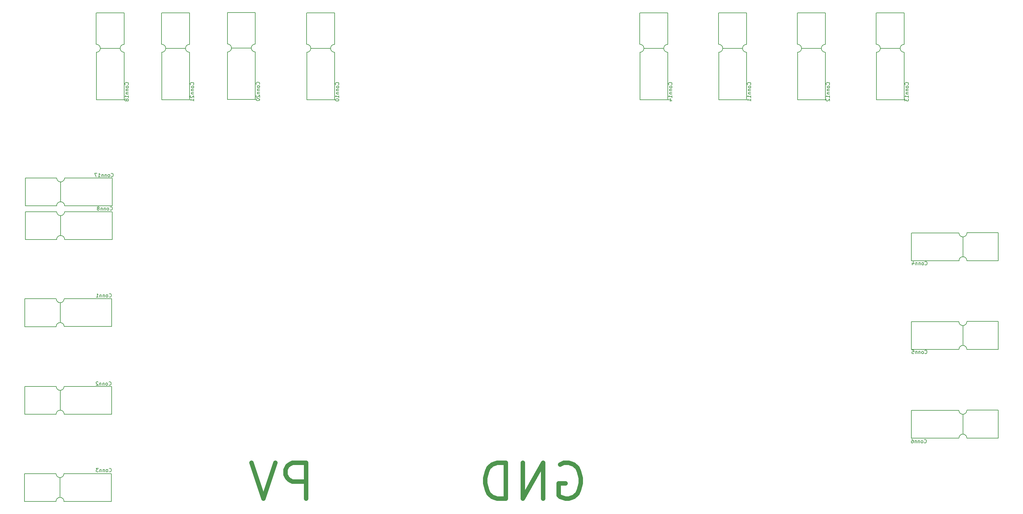
<source format=gbo>
G04 #@! TF.GenerationSoftware,KiCad,Pcbnew,(6.0.6)*
G04 #@! TF.CreationDate,2023-04-22T01:10:45-05:00*
G04 #@! TF.ProjectId,2023 Powerboard,32303233-2050-46f7-9765-72626f617264,rev?*
G04 #@! TF.SameCoordinates,Original*
G04 #@! TF.FileFunction,Legend,Bot*
G04 #@! TF.FilePolarity,Positive*
%FSLAX46Y46*%
G04 Gerber Fmt 4.6, Leading zero omitted, Abs format (unit mm)*
G04 Created by KiCad (PCBNEW (6.0.6)) date 2023-04-22 01:10:45*
%MOMM*%
%LPD*%
G01*
G04 APERTURE LIST*
%ADD10C,1.270000*%
%ADD11C,0.150000*%
%ADD12R,2.600000X2.600000*%
%ADD13O,2.600000X2.600000*%
%ADD14R,2.400000X2.400000*%
%ADD15C,2.400000*%
%ADD16O,3.000000X5.100000*%
%ADD17C,2.946400*%
%ADD18C,3.048000*%
%ADD19C,3.810000*%
%ADD20C,2.819400*%
%ADD21R,1.600000X1.600000*%
%ADD22C,1.600000*%
%ADD23C,18.288000*%
%ADD24R,2.000000X2.000000*%
%ADD25C,2.000000*%
%ADD26C,1.308000*%
%ADD27C,1.258000*%
%ADD28C,1.208000*%
%ADD29C,1.524000*%
%ADD30C,1.100000*%
%ADD31C,1.400000*%
%ADD32C,4.000000*%
%ADD33O,5.100000X3.000000*%
G04 APERTURE END LIST*
D10*
X86009238Y-158266190D02*
X86009238Y-148106190D01*
X82138761Y-148106190D01*
X81171142Y-148590000D01*
X80687333Y-149073809D01*
X80203523Y-150041428D01*
X80203523Y-151492857D01*
X80687333Y-152460476D01*
X81171142Y-152944285D01*
X82138761Y-153428095D01*
X86009238Y-153428095D01*
X77300666Y-148106190D02*
X73914000Y-158266190D01*
X70527333Y-148106190D01*
X158108952Y-148590000D02*
X159076571Y-148106190D01*
X160528000Y-148106190D01*
X161979428Y-148590000D01*
X162947047Y-149557619D01*
X163430857Y-150525238D01*
X163914666Y-152460476D01*
X163914666Y-153911904D01*
X163430857Y-155847142D01*
X162947047Y-156814761D01*
X161979428Y-157782380D01*
X160528000Y-158266190D01*
X159560380Y-158266190D01*
X158108952Y-157782380D01*
X157625142Y-157298571D01*
X157625142Y-153911904D01*
X159560380Y-153911904D01*
X153270857Y-158266190D02*
X153270857Y-148106190D01*
X147465142Y-158266190D01*
X147465142Y-148106190D01*
X142627047Y-158266190D02*
X142627047Y-148106190D01*
X140208000Y-148106190D01*
X138756571Y-148590000D01*
X137788952Y-149557619D01*
X137305142Y-150525238D01*
X136821333Y-152460476D01*
X136821333Y-153911904D01*
X137305142Y-155847142D01*
X137788952Y-156814761D01*
X138756571Y-157782380D01*
X140208000Y-158266190D01*
X142627047Y-158266190D01*
D11*
X261373109Y-142439342D02*
X261420728Y-142486961D01*
X261563585Y-142534580D01*
X261658823Y-142534580D01*
X261801680Y-142486961D01*
X261896919Y-142391723D01*
X261944538Y-142296485D01*
X261992157Y-142106009D01*
X261992157Y-141963152D01*
X261944538Y-141772676D01*
X261896919Y-141677438D01*
X261801680Y-141582200D01*
X261658823Y-141534580D01*
X261563585Y-141534580D01*
X261420728Y-141582200D01*
X261373109Y-141629819D01*
X260801680Y-142534580D02*
X260896919Y-142486961D01*
X260944538Y-142439342D01*
X260992157Y-142344104D01*
X260992157Y-142058390D01*
X260944538Y-141963152D01*
X260896919Y-141915533D01*
X260801680Y-141867914D01*
X260658823Y-141867914D01*
X260563585Y-141915533D01*
X260515966Y-141963152D01*
X260468347Y-142058390D01*
X260468347Y-142344104D01*
X260515966Y-142439342D01*
X260563585Y-142486961D01*
X260658823Y-142534580D01*
X260801680Y-142534580D01*
X260039776Y-141867914D02*
X260039776Y-142534580D01*
X260039776Y-141963152D02*
X259992157Y-141915533D01*
X259896919Y-141867914D01*
X259754061Y-141867914D01*
X259658823Y-141915533D01*
X259611204Y-142010771D01*
X259611204Y-142534580D01*
X259135014Y-141867914D02*
X259135014Y-142534580D01*
X259135014Y-141963152D02*
X259087395Y-141915533D01*
X258992157Y-141867914D01*
X258849300Y-141867914D01*
X258754061Y-141915533D01*
X258706442Y-142010771D01*
X258706442Y-142534580D01*
X257801680Y-141534580D02*
X257992157Y-141534580D01*
X258087395Y-141582200D01*
X258135014Y-141629819D01*
X258230252Y-141772676D01*
X258277871Y-141963152D01*
X258277871Y-142344104D01*
X258230252Y-142439342D01*
X258182633Y-142486961D01*
X258087395Y-142534580D01*
X257896919Y-142534580D01*
X257801680Y-142486961D01*
X257754061Y-142439342D01*
X257706442Y-142344104D01*
X257706442Y-142106009D01*
X257754061Y-142010771D01*
X257801680Y-141963152D01*
X257896919Y-141915533D01*
X258087395Y-141915533D01*
X258182633Y-141963152D01*
X258230252Y-142010771D01*
X258277871Y-142106009D01*
X261548109Y-117137042D02*
X261595728Y-117184661D01*
X261738585Y-117232280D01*
X261833823Y-117232280D01*
X261976680Y-117184661D01*
X262071919Y-117089423D01*
X262119538Y-116994185D01*
X262167157Y-116803709D01*
X262167157Y-116660852D01*
X262119538Y-116470376D01*
X262071919Y-116375138D01*
X261976680Y-116279900D01*
X261833823Y-116232280D01*
X261738585Y-116232280D01*
X261595728Y-116279900D01*
X261548109Y-116327519D01*
X260976680Y-117232280D02*
X261071919Y-117184661D01*
X261119538Y-117137042D01*
X261167157Y-117041804D01*
X261167157Y-116756090D01*
X261119538Y-116660852D01*
X261071919Y-116613233D01*
X260976680Y-116565614D01*
X260833823Y-116565614D01*
X260738585Y-116613233D01*
X260690966Y-116660852D01*
X260643347Y-116756090D01*
X260643347Y-117041804D01*
X260690966Y-117137042D01*
X260738585Y-117184661D01*
X260833823Y-117232280D01*
X260976680Y-117232280D01*
X260214776Y-116565614D02*
X260214776Y-117232280D01*
X260214776Y-116660852D02*
X260167157Y-116613233D01*
X260071919Y-116565614D01*
X259929061Y-116565614D01*
X259833823Y-116613233D01*
X259786204Y-116708471D01*
X259786204Y-117232280D01*
X259310014Y-116565614D02*
X259310014Y-117232280D01*
X259310014Y-116660852D02*
X259262395Y-116613233D01*
X259167157Y-116565614D01*
X259024300Y-116565614D01*
X258929061Y-116613233D01*
X258881442Y-116708471D01*
X258881442Y-117232280D01*
X257929061Y-116232280D02*
X258405252Y-116232280D01*
X258452871Y-116708471D01*
X258405252Y-116660852D01*
X258310014Y-116613233D01*
X258071919Y-116613233D01*
X257976680Y-116660852D01*
X257929061Y-116708471D01*
X257881442Y-116803709D01*
X257881442Y-117041804D01*
X257929061Y-117137042D01*
X257976680Y-117184661D01*
X258071919Y-117232280D01*
X258310014Y-117232280D01*
X258405252Y-117184661D01*
X258452871Y-117137042D01*
X72771142Y-40872000D02*
X72818761Y-40824380D01*
X72866380Y-40681523D01*
X72866380Y-40586285D01*
X72818761Y-40443428D01*
X72723523Y-40348190D01*
X72628285Y-40300571D01*
X72437809Y-40252952D01*
X72294952Y-40252952D01*
X72104476Y-40300571D01*
X72009238Y-40348190D01*
X71914000Y-40443428D01*
X71866380Y-40586285D01*
X71866380Y-40681523D01*
X71914000Y-40824380D01*
X71961619Y-40872000D01*
X72866380Y-41443428D02*
X72818761Y-41348190D01*
X72771142Y-41300571D01*
X72675904Y-41252952D01*
X72390190Y-41252952D01*
X72294952Y-41300571D01*
X72247333Y-41348190D01*
X72199714Y-41443428D01*
X72199714Y-41586285D01*
X72247333Y-41681523D01*
X72294952Y-41729142D01*
X72390190Y-41776761D01*
X72675904Y-41776761D01*
X72771142Y-41729142D01*
X72818761Y-41681523D01*
X72866380Y-41586285D01*
X72866380Y-41443428D01*
X72199714Y-42205333D02*
X72866380Y-42205333D01*
X72294952Y-42205333D02*
X72247333Y-42252952D01*
X72199714Y-42348190D01*
X72199714Y-42491047D01*
X72247333Y-42586285D01*
X72342571Y-42633904D01*
X72866380Y-42633904D01*
X72199714Y-43110095D02*
X72866380Y-43110095D01*
X72294952Y-43110095D02*
X72247333Y-43157714D01*
X72199714Y-43252952D01*
X72199714Y-43395809D01*
X72247333Y-43491047D01*
X72342571Y-43538666D01*
X72866380Y-43538666D01*
X71961619Y-43967238D02*
X71914000Y-44014857D01*
X71866380Y-44110095D01*
X71866380Y-44348190D01*
X71914000Y-44443428D01*
X71961619Y-44491047D01*
X72056857Y-44538666D01*
X72152095Y-44538666D01*
X72294952Y-44491047D01*
X72866380Y-43919619D01*
X72866380Y-44538666D01*
X71866380Y-45157714D02*
X71866380Y-45252952D01*
X71914000Y-45348190D01*
X71961619Y-45395809D01*
X72056857Y-45443428D01*
X72247333Y-45491047D01*
X72485428Y-45491047D01*
X72675904Y-45443428D01*
X72771142Y-45395809D01*
X72818761Y-45348190D01*
X72866380Y-45252952D01*
X72866380Y-45157714D01*
X72818761Y-45062476D01*
X72771142Y-45014857D01*
X72675904Y-44967238D01*
X72485428Y-44919619D01*
X72247333Y-44919619D01*
X72056857Y-44967238D01*
X71961619Y-45014857D01*
X71914000Y-45062476D01*
X71866380Y-45157714D01*
X30194309Y-150624142D02*
X30241928Y-150671761D01*
X30384785Y-150719380D01*
X30480023Y-150719380D01*
X30622880Y-150671761D01*
X30718119Y-150576523D01*
X30765738Y-150481285D01*
X30813357Y-150290809D01*
X30813357Y-150147952D01*
X30765738Y-149957476D01*
X30718119Y-149862238D01*
X30622880Y-149767000D01*
X30480023Y-149719380D01*
X30384785Y-149719380D01*
X30241928Y-149767000D01*
X30194309Y-149814619D01*
X29622880Y-150719380D02*
X29718119Y-150671761D01*
X29765738Y-150624142D01*
X29813357Y-150528904D01*
X29813357Y-150243190D01*
X29765738Y-150147952D01*
X29718119Y-150100333D01*
X29622880Y-150052714D01*
X29480023Y-150052714D01*
X29384785Y-150100333D01*
X29337166Y-150147952D01*
X29289547Y-150243190D01*
X29289547Y-150528904D01*
X29337166Y-150624142D01*
X29384785Y-150671761D01*
X29480023Y-150719380D01*
X29622880Y-150719380D01*
X28860976Y-150052714D02*
X28860976Y-150719380D01*
X28860976Y-150147952D02*
X28813357Y-150100333D01*
X28718119Y-150052714D01*
X28575261Y-150052714D01*
X28480023Y-150100333D01*
X28432404Y-150195571D01*
X28432404Y-150719380D01*
X27956214Y-150052714D02*
X27956214Y-150719380D01*
X27956214Y-150147952D02*
X27908595Y-150100333D01*
X27813357Y-150052714D01*
X27670500Y-150052714D01*
X27575261Y-150100333D01*
X27527642Y-150195571D01*
X27527642Y-150719380D01*
X27146690Y-149719380D02*
X26527642Y-149719380D01*
X26860976Y-150100333D01*
X26718119Y-150100333D01*
X26622880Y-150147952D01*
X26575261Y-150195571D01*
X26527642Y-150290809D01*
X26527642Y-150528904D01*
X26575261Y-150624142D01*
X26622880Y-150671761D01*
X26718119Y-150719380D01*
X27003833Y-150719380D01*
X27099071Y-150671761D01*
X27146690Y-150624142D01*
X54114842Y-40967500D02*
X54162461Y-40919880D01*
X54210080Y-40777023D01*
X54210080Y-40681785D01*
X54162461Y-40538928D01*
X54067223Y-40443690D01*
X53971985Y-40396071D01*
X53781509Y-40348452D01*
X53638652Y-40348452D01*
X53448176Y-40396071D01*
X53352938Y-40443690D01*
X53257700Y-40538928D01*
X53210080Y-40681785D01*
X53210080Y-40777023D01*
X53257700Y-40919880D01*
X53305319Y-40967500D01*
X54210080Y-41538928D02*
X54162461Y-41443690D01*
X54114842Y-41396071D01*
X54019604Y-41348452D01*
X53733890Y-41348452D01*
X53638652Y-41396071D01*
X53591033Y-41443690D01*
X53543414Y-41538928D01*
X53543414Y-41681785D01*
X53591033Y-41777023D01*
X53638652Y-41824642D01*
X53733890Y-41872261D01*
X54019604Y-41872261D01*
X54114842Y-41824642D01*
X54162461Y-41777023D01*
X54210080Y-41681785D01*
X54210080Y-41538928D01*
X53543414Y-42300833D02*
X54210080Y-42300833D01*
X53638652Y-42300833D02*
X53591033Y-42348452D01*
X53543414Y-42443690D01*
X53543414Y-42586547D01*
X53591033Y-42681785D01*
X53686271Y-42729404D01*
X54210080Y-42729404D01*
X53543414Y-43205595D02*
X54210080Y-43205595D01*
X53638652Y-43205595D02*
X53591033Y-43253214D01*
X53543414Y-43348452D01*
X53543414Y-43491309D01*
X53591033Y-43586547D01*
X53686271Y-43634166D01*
X54210080Y-43634166D01*
X53305319Y-44062738D02*
X53257700Y-44110357D01*
X53210080Y-44205595D01*
X53210080Y-44443690D01*
X53257700Y-44538928D01*
X53305319Y-44586547D01*
X53400557Y-44634166D01*
X53495795Y-44634166D01*
X53638652Y-44586547D01*
X54210080Y-44015119D01*
X54210080Y-44634166D01*
X54210080Y-45586547D02*
X54210080Y-45015119D01*
X54210080Y-45300833D02*
X53210080Y-45300833D01*
X53352938Y-45205595D01*
X53448176Y-45110357D01*
X53495795Y-45015119D01*
X256806842Y-40967500D02*
X256854461Y-40919880D01*
X256902080Y-40777023D01*
X256902080Y-40681785D01*
X256854461Y-40538928D01*
X256759223Y-40443690D01*
X256663985Y-40396071D01*
X256473509Y-40348452D01*
X256330652Y-40348452D01*
X256140176Y-40396071D01*
X256044938Y-40443690D01*
X255949700Y-40538928D01*
X255902080Y-40681785D01*
X255902080Y-40777023D01*
X255949700Y-40919880D01*
X255997319Y-40967500D01*
X256902080Y-41538928D02*
X256854461Y-41443690D01*
X256806842Y-41396071D01*
X256711604Y-41348452D01*
X256425890Y-41348452D01*
X256330652Y-41396071D01*
X256283033Y-41443690D01*
X256235414Y-41538928D01*
X256235414Y-41681785D01*
X256283033Y-41777023D01*
X256330652Y-41824642D01*
X256425890Y-41872261D01*
X256711604Y-41872261D01*
X256806842Y-41824642D01*
X256854461Y-41777023D01*
X256902080Y-41681785D01*
X256902080Y-41538928D01*
X256235414Y-42300833D02*
X256902080Y-42300833D01*
X256330652Y-42300833D02*
X256283033Y-42348452D01*
X256235414Y-42443690D01*
X256235414Y-42586547D01*
X256283033Y-42681785D01*
X256378271Y-42729404D01*
X256902080Y-42729404D01*
X256235414Y-43205595D02*
X256902080Y-43205595D01*
X256330652Y-43205595D02*
X256283033Y-43253214D01*
X256235414Y-43348452D01*
X256235414Y-43491309D01*
X256283033Y-43586547D01*
X256378271Y-43634166D01*
X256902080Y-43634166D01*
X256902080Y-44634166D02*
X256902080Y-44062738D01*
X256902080Y-44348452D02*
X255902080Y-44348452D01*
X256044938Y-44253214D01*
X256140176Y-44157976D01*
X256187795Y-44062738D01*
X255902080Y-44967500D02*
X255902080Y-45586547D01*
X256283033Y-45253214D01*
X256283033Y-45396071D01*
X256330652Y-45491309D01*
X256378271Y-45538928D01*
X256473509Y-45586547D01*
X256711604Y-45586547D01*
X256806842Y-45538928D01*
X256854461Y-45491309D01*
X256902080Y-45396071D01*
X256902080Y-45110357D01*
X256854461Y-45015119D01*
X256806842Y-44967500D01*
X30134209Y-126078342D02*
X30181828Y-126125961D01*
X30324685Y-126173580D01*
X30419923Y-126173580D01*
X30562780Y-126125961D01*
X30658019Y-126030723D01*
X30705638Y-125935485D01*
X30753257Y-125745009D01*
X30753257Y-125602152D01*
X30705638Y-125411676D01*
X30658019Y-125316438D01*
X30562780Y-125221200D01*
X30419923Y-125173580D01*
X30324685Y-125173580D01*
X30181828Y-125221200D01*
X30134209Y-125268819D01*
X29562780Y-126173580D02*
X29658019Y-126125961D01*
X29705638Y-126078342D01*
X29753257Y-125983104D01*
X29753257Y-125697390D01*
X29705638Y-125602152D01*
X29658019Y-125554533D01*
X29562780Y-125506914D01*
X29419923Y-125506914D01*
X29324685Y-125554533D01*
X29277066Y-125602152D01*
X29229447Y-125697390D01*
X29229447Y-125983104D01*
X29277066Y-126078342D01*
X29324685Y-126125961D01*
X29419923Y-126173580D01*
X29562780Y-126173580D01*
X28800876Y-125506914D02*
X28800876Y-126173580D01*
X28800876Y-125602152D02*
X28753257Y-125554533D01*
X28658019Y-125506914D01*
X28515161Y-125506914D01*
X28419923Y-125554533D01*
X28372304Y-125649771D01*
X28372304Y-126173580D01*
X27896114Y-125506914D02*
X27896114Y-126173580D01*
X27896114Y-125602152D02*
X27848495Y-125554533D01*
X27753257Y-125506914D01*
X27610400Y-125506914D01*
X27515161Y-125554533D01*
X27467542Y-125649771D01*
X27467542Y-126173580D01*
X27038971Y-125268819D02*
X26991352Y-125221200D01*
X26896114Y-125173580D01*
X26658019Y-125173580D01*
X26562780Y-125221200D01*
X26515161Y-125268819D01*
X26467542Y-125364057D01*
X26467542Y-125459295D01*
X26515161Y-125602152D01*
X27086590Y-126173580D01*
X26467542Y-126173580D01*
X30194309Y-101094142D02*
X30241928Y-101141761D01*
X30384785Y-101189380D01*
X30480023Y-101189380D01*
X30622880Y-101141761D01*
X30718119Y-101046523D01*
X30765738Y-100951285D01*
X30813357Y-100760809D01*
X30813357Y-100617952D01*
X30765738Y-100427476D01*
X30718119Y-100332238D01*
X30622880Y-100237000D01*
X30480023Y-100189380D01*
X30384785Y-100189380D01*
X30241928Y-100237000D01*
X30194309Y-100284619D01*
X29622880Y-101189380D02*
X29718119Y-101141761D01*
X29765738Y-101094142D01*
X29813357Y-100998904D01*
X29813357Y-100713190D01*
X29765738Y-100617952D01*
X29718119Y-100570333D01*
X29622880Y-100522714D01*
X29480023Y-100522714D01*
X29384785Y-100570333D01*
X29337166Y-100617952D01*
X29289547Y-100713190D01*
X29289547Y-100998904D01*
X29337166Y-101094142D01*
X29384785Y-101141761D01*
X29480023Y-101189380D01*
X29622880Y-101189380D01*
X28860976Y-100522714D02*
X28860976Y-101189380D01*
X28860976Y-100617952D02*
X28813357Y-100570333D01*
X28718119Y-100522714D01*
X28575261Y-100522714D01*
X28480023Y-100570333D01*
X28432404Y-100665571D01*
X28432404Y-101189380D01*
X27956214Y-100522714D02*
X27956214Y-101189380D01*
X27956214Y-100617952D02*
X27908595Y-100570333D01*
X27813357Y-100522714D01*
X27670500Y-100522714D01*
X27575261Y-100570333D01*
X27527642Y-100665571D01*
X27527642Y-101189380D01*
X26527642Y-101189380D02*
X27099071Y-101189380D01*
X26813357Y-101189380D02*
X26813357Y-100189380D01*
X26908595Y-100332238D01*
X27003833Y-100427476D01*
X27099071Y-100475095D01*
X30479809Y-76468842D02*
X30527428Y-76516461D01*
X30670285Y-76564080D01*
X30765523Y-76564080D01*
X30908380Y-76516461D01*
X31003619Y-76421223D01*
X31051238Y-76325985D01*
X31098857Y-76135509D01*
X31098857Y-75992652D01*
X31051238Y-75802176D01*
X31003619Y-75706938D01*
X30908380Y-75611700D01*
X30765523Y-75564080D01*
X30670285Y-75564080D01*
X30527428Y-75611700D01*
X30479809Y-75659319D01*
X29908380Y-76564080D02*
X30003619Y-76516461D01*
X30051238Y-76468842D01*
X30098857Y-76373604D01*
X30098857Y-76087890D01*
X30051238Y-75992652D01*
X30003619Y-75945033D01*
X29908380Y-75897414D01*
X29765523Y-75897414D01*
X29670285Y-75945033D01*
X29622666Y-75992652D01*
X29575047Y-76087890D01*
X29575047Y-76373604D01*
X29622666Y-76468842D01*
X29670285Y-76516461D01*
X29765523Y-76564080D01*
X29908380Y-76564080D01*
X29146476Y-75897414D02*
X29146476Y-76564080D01*
X29146476Y-75992652D02*
X29098857Y-75945033D01*
X29003619Y-75897414D01*
X28860761Y-75897414D01*
X28765523Y-75945033D01*
X28717904Y-76040271D01*
X28717904Y-76564080D01*
X28241714Y-75897414D02*
X28241714Y-76564080D01*
X28241714Y-75992652D02*
X28194095Y-75945033D01*
X28098857Y-75897414D01*
X27956000Y-75897414D01*
X27860761Y-75945033D01*
X27813142Y-76040271D01*
X27813142Y-76564080D01*
X27194095Y-75992652D02*
X27289333Y-75945033D01*
X27336952Y-75897414D01*
X27384571Y-75802176D01*
X27384571Y-75754557D01*
X27336952Y-75659319D01*
X27289333Y-75611700D01*
X27194095Y-75564080D01*
X27003619Y-75564080D01*
X26908380Y-75611700D01*
X26860761Y-75659319D01*
X26813142Y-75754557D01*
X26813142Y-75802176D01*
X26860761Y-75897414D01*
X26908380Y-75945033D01*
X27003619Y-75992652D01*
X27194095Y-75992652D01*
X27289333Y-76040271D01*
X27336952Y-76087890D01*
X27384571Y-76183128D01*
X27384571Y-76373604D01*
X27336952Y-76468842D01*
X27289333Y-76516461D01*
X27194095Y-76564080D01*
X27003619Y-76564080D01*
X26908380Y-76516461D01*
X26860761Y-76468842D01*
X26813142Y-76373604D01*
X26813142Y-76183128D01*
X26860761Y-76087890D01*
X26908380Y-76040271D01*
X27003619Y-75992652D01*
X212102842Y-40967500D02*
X212150461Y-40919880D01*
X212198080Y-40777023D01*
X212198080Y-40681785D01*
X212150461Y-40538928D01*
X212055223Y-40443690D01*
X211959985Y-40396071D01*
X211769509Y-40348452D01*
X211626652Y-40348452D01*
X211436176Y-40396071D01*
X211340938Y-40443690D01*
X211245700Y-40538928D01*
X211198080Y-40681785D01*
X211198080Y-40777023D01*
X211245700Y-40919880D01*
X211293319Y-40967500D01*
X212198080Y-41538928D02*
X212150461Y-41443690D01*
X212102842Y-41396071D01*
X212007604Y-41348452D01*
X211721890Y-41348452D01*
X211626652Y-41396071D01*
X211579033Y-41443690D01*
X211531414Y-41538928D01*
X211531414Y-41681785D01*
X211579033Y-41777023D01*
X211626652Y-41824642D01*
X211721890Y-41872261D01*
X212007604Y-41872261D01*
X212102842Y-41824642D01*
X212150461Y-41777023D01*
X212198080Y-41681785D01*
X212198080Y-41538928D01*
X211531414Y-42300833D02*
X212198080Y-42300833D01*
X211626652Y-42300833D02*
X211579033Y-42348452D01*
X211531414Y-42443690D01*
X211531414Y-42586547D01*
X211579033Y-42681785D01*
X211674271Y-42729404D01*
X212198080Y-42729404D01*
X211531414Y-43205595D02*
X212198080Y-43205595D01*
X211626652Y-43205595D02*
X211579033Y-43253214D01*
X211531414Y-43348452D01*
X211531414Y-43491309D01*
X211579033Y-43586547D01*
X211674271Y-43634166D01*
X212198080Y-43634166D01*
X212198080Y-44634166D02*
X212198080Y-44062738D01*
X212198080Y-44348452D02*
X211198080Y-44348452D01*
X211340938Y-44253214D01*
X211436176Y-44157976D01*
X211483795Y-44062738D01*
X212198080Y-45586547D02*
X212198080Y-45015119D01*
X212198080Y-45300833D02*
X211198080Y-45300833D01*
X211340938Y-45205595D01*
X211436176Y-45110357D01*
X211483795Y-45015119D01*
X35572842Y-40967500D02*
X35620461Y-40919880D01*
X35668080Y-40777023D01*
X35668080Y-40681785D01*
X35620461Y-40538928D01*
X35525223Y-40443690D01*
X35429985Y-40396071D01*
X35239509Y-40348452D01*
X35096652Y-40348452D01*
X34906176Y-40396071D01*
X34810938Y-40443690D01*
X34715700Y-40538928D01*
X34668080Y-40681785D01*
X34668080Y-40777023D01*
X34715700Y-40919880D01*
X34763319Y-40967500D01*
X35668080Y-41538928D02*
X35620461Y-41443690D01*
X35572842Y-41396071D01*
X35477604Y-41348452D01*
X35191890Y-41348452D01*
X35096652Y-41396071D01*
X35049033Y-41443690D01*
X35001414Y-41538928D01*
X35001414Y-41681785D01*
X35049033Y-41777023D01*
X35096652Y-41824642D01*
X35191890Y-41872261D01*
X35477604Y-41872261D01*
X35572842Y-41824642D01*
X35620461Y-41777023D01*
X35668080Y-41681785D01*
X35668080Y-41538928D01*
X35001414Y-42300833D02*
X35668080Y-42300833D01*
X35096652Y-42300833D02*
X35049033Y-42348452D01*
X35001414Y-42443690D01*
X35001414Y-42586547D01*
X35049033Y-42681785D01*
X35144271Y-42729404D01*
X35668080Y-42729404D01*
X35001414Y-43205595D02*
X35668080Y-43205595D01*
X35096652Y-43205595D02*
X35049033Y-43253214D01*
X35001414Y-43348452D01*
X35001414Y-43491309D01*
X35049033Y-43586547D01*
X35144271Y-43634166D01*
X35668080Y-43634166D01*
X35668080Y-44634166D02*
X35668080Y-44062738D01*
X35668080Y-44348452D02*
X34668080Y-44348452D01*
X34810938Y-44253214D01*
X34906176Y-44157976D01*
X34953795Y-44062738D01*
X35096652Y-45205595D02*
X35049033Y-45110357D01*
X35001414Y-45062738D01*
X34906176Y-45015119D01*
X34858557Y-45015119D01*
X34763319Y-45062738D01*
X34715700Y-45110357D01*
X34668080Y-45205595D01*
X34668080Y-45396071D01*
X34715700Y-45491309D01*
X34763319Y-45538928D01*
X34858557Y-45586547D01*
X34906176Y-45586547D01*
X35001414Y-45538928D01*
X35049033Y-45491309D01*
X35096652Y-45396071D01*
X35096652Y-45205595D01*
X35144271Y-45110357D01*
X35191890Y-45062738D01*
X35287128Y-45015119D01*
X35477604Y-45015119D01*
X35572842Y-45062738D01*
X35620461Y-45110357D01*
X35668080Y-45205595D01*
X35668080Y-45396071D01*
X35620461Y-45491309D01*
X35572842Y-45538928D01*
X35477604Y-45586547D01*
X35287128Y-45586547D01*
X35191890Y-45538928D01*
X35144271Y-45491309D01*
X35096652Y-45396071D01*
X234454842Y-40967500D02*
X234502461Y-40919880D01*
X234550080Y-40777023D01*
X234550080Y-40681785D01*
X234502461Y-40538928D01*
X234407223Y-40443690D01*
X234311985Y-40396071D01*
X234121509Y-40348452D01*
X233978652Y-40348452D01*
X233788176Y-40396071D01*
X233692938Y-40443690D01*
X233597700Y-40538928D01*
X233550080Y-40681785D01*
X233550080Y-40777023D01*
X233597700Y-40919880D01*
X233645319Y-40967500D01*
X234550080Y-41538928D02*
X234502461Y-41443690D01*
X234454842Y-41396071D01*
X234359604Y-41348452D01*
X234073890Y-41348452D01*
X233978652Y-41396071D01*
X233931033Y-41443690D01*
X233883414Y-41538928D01*
X233883414Y-41681785D01*
X233931033Y-41777023D01*
X233978652Y-41824642D01*
X234073890Y-41872261D01*
X234359604Y-41872261D01*
X234454842Y-41824642D01*
X234502461Y-41777023D01*
X234550080Y-41681785D01*
X234550080Y-41538928D01*
X233883414Y-42300833D02*
X234550080Y-42300833D01*
X233978652Y-42300833D02*
X233931033Y-42348452D01*
X233883414Y-42443690D01*
X233883414Y-42586547D01*
X233931033Y-42681785D01*
X234026271Y-42729404D01*
X234550080Y-42729404D01*
X233883414Y-43205595D02*
X234550080Y-43205595D01*
X233978652Y-43205595D02*
X233931033Y-43253214D01*
X233883414Y-43348452D01*
X233883414Y-43491309D01*
X233931033Y-43586547D01*
X234026271Y-43634166D01*
X234550080Y-43634166D01*
X234550080Y-44634166D02*
X234550080Y-44062738D01*
X234550080Y-44348452D02*
X233550080Y-44348452D01*
X233692938Y-44253214D01*
X233788176Y-44157976D01*
X233835795Y-44062738D01*
X233645319Y-45015119D02*
X233597700Y-45062738D01*
X233550080Y-45157976D01*
X233550080Y-45396071D01*
X233597700Y-45491309D01*
X233645319Y-45538928D01*
X233740557Y-45586547D01*
X233835795Y-45586547D01*
X233978652Y-45538928D01*
X234550080Y-44967500D01*
X234550080Y-45586547D01*
X30743500Y-66995442D02*
X30791119Y-67043061D01*
X30933976Y-67090680D01*
X31029214Y-67090680D01*
X31172071Y-67043061D01*
X31267309Y-66947823D01*
X31314928Y-66852585D01*
X31362547Y-66662109D01*
X31362547Y-66519252D01*
X31314928Y-66328776D01*
X31267309Y-66233538D01*
X31172071Y-66138300D01*
X31029214Y-66090680D01*
X30933976Y-66090680D01*
X30791119Y-66138300D01*
X30743500Y-66185919D01*
X30172071Y-67090680D02*
X30267309Y-67043061D01*
X30314928Y-66995442D01*
X30362547Y-66900204D01*
X30362547Y-66614490D01*
X30314928Y-66519252D01*
X30267309Y-66471633D01*
X30172071Y-66424014D01*
X30029214Y-66424014D01*
X29933976Y-66471633D01*
X29886357Y-66519252D01*
X29838738Y-66614490D01*
X29838738Y-66900204D01*
X29886357Y-66995442D01*
X29933976Y-67043061D01*
X30029214Y-67090680D01*
X30172071Y-67090680D01*
X29410166Y-66424014D02*
X29410166Y-67090680D01*
X29410166Y-66519252D02*
X29362547Y-66471633D01*
X29267309Y-66424014D01*
X29124452Y-66424014D01*
X29029214Y-66471633D01*
X28981595Y-66566871D01*
X28981595Y-67090680D01*
X28505404Y-66424014D02*
X28505404Y-67090680D01*
X28505404Y-66519252D02*
X28457785Y-66471633D01*
X28362547Y-66424014D01*
X28219690Y-66424014D01*
X28124452Y-66471633D01*
X28076833Y-66566871D01*
X28076833Y-67090680D01*
X27076833Y-67090680D02*
X27648261Y-67090680D01*
X27362547Y-67090680D02*
X27362547Y-66090680D01*
X27457785Y-66233538D01*
X27553023Y-66328776D01*
X27648261Y-66376395D01*
X26743500Y-66090680D02*
X26076833Y-66090680D01*
X26505404Y-67090680D01*
X95262842Y-40967500D02*
X95310461Y-40919880D01*
X95358080Y-40777023D01*
X95358080Y-40681785D01*
X95310461Y-40538928D01*
X95215223Y-40443690D01*
X95119985Y-40396071D01*
X94929509Y-40348452D01*
X94786652Y-40348452D01*
X94596176Y-40396071D01*
X94500938Y-40443690D01*
X94405700Y-40538928D01*
X94358080Y-40681785D01*
X94358080Y-40777023D01*
X94405700Y-40919880D01*
X94453319Y-40967500D01*
X95358080Y-41538928D02*
X95310461Y-41443690D01*
X95262842Y-41396071D01*
X95167604Y-41348452D01*
X94881890Y-41348452D01*
X94786652Y-41396071D01*
X94739033Y-41443690D01*
X94691414Y-41538928D01*
X94691414Y-41681785D01*
X94739033Y-41777023D01*
X94786652Y-41824642D01*
X94881890Y-41872261D01*
X95167604Y-41872261D01*
X95262842Y-41824642D01*
X95310461Y-41777023D01*
X95358080Y-41681785D01*
X95358080Y-41538928D01*
X94691414Y-42300833D02*
X95358080Y-42300833D01*
X94786652Y-42300833D02*
X94739033Y-42348452D01*
X94691414Y-42443690D01*
X94691414Y-42586547D01*
X94739033Y-42681785D01*
X94834271Y-42729404D01*
X95358080Y-42729404D01*
X94691414Y-43205595D02*
X95358080Y-43205595D01*
X94786652Y-43205595D02*
X94739033Y-43253214D01*
X94691414Y-43348452D01*
X94691414Y-43491309D01*
X94739033Y-43586547D01*
X94834271Y-43634166D01*
X95358080Y-43634166D01*
X95358080Y-44634166D02*
X95358080Y-44062738D01*
X95358080Y-44348452D02*
X94358080Y-44348452D01*
X94500938Y-44253214D01*
X94596176Y-44157976D01*
X94643795Y-44062738D01*
X94358080Y-45253214D02*
X94358080Y-45348452D01*
X94405700Y-45443690D01*
X94453319Y-45491309D01*
X94548557Y-45538928D01*
X94739033Y-45586547D01*
X94977128Y-45586547D01*
X95167604Y-45538928D01*
X95262842Y-45491309D01*
X95310461Y-45443690D01*
X95358080Y-45348452D01*
X95358080Y-45253214D01*
X95310461Y-45157976D01*
X95262842Y-45110357D01*
X95167604Y-45062738D01*
X94977128Y-45015119D01*
X94739033Y-45015119D01*
X94548557Y-45062738D01*
X94453319Y-45110357D01*
X94405700Y-45157976D01*
X94358080Y-45253214D01*
X189750842Y-40967500D02*
X189798461Y-40919880D01*
X189846080Y-40777023D01*
X189846080Y-40681785D01*
X189798461Y-40538928D01*
X189703223Y-40443690D01*
X189607985Y-40396071D01*
X189417509Y-40348452D01*
X189274652Y-40348452D01*
X189084176Y-40396071D01*
X188988938Y-40443690D01*
X188893700Y-40538928D01*
X188846080Y-40681785D01*
X188846080Y-40777023D01*
X188893700Y-40919880D01*
X188941319Y-40967500D01*
X189846080Y-41538928D02*
X189798461Y-41443690D01*
X189750842Y-41396071D01*
X189655604Y-41348452D01*
X189369890Y-41348452D01*
X189274652Y-41396071D01*
X189227033Y-41443690D01*
X189179414Y-41538928D01*
X189179414Y-41681785D01*
X189227033Y-41777023D01*
X189274652Y-41824642D01*
X189369890Y-41872261D01*
X189655604Y-41872261D01*
X189750842Y-41824642D01*
X189798461Y-41777023D01*
X189846080Y-41681785D01*
X189846080Y-41538928D01*
X189179414Y-42300833D02*
X189846080Y-42300833D01*
X189274652Y-42300833D02*
X189227033Y-42348452D01*
X189179414Y-42443690D01*
X189179414Y-42586547D01*
X189227033Y-42681785D01*
X189322271Y-42729404D01*
X189846080Y-42729404D01*
X189179414Y-43205595D02*
X189846080Y-43205595D01*
X189274652Y-43205595D02*
X189227033Y-43253214D01*
X189179414Y-43348452D01*
X189179414Y-43491309D01*
X189227033Y-43586547D01*
X189322271Y-43634166D01*
X189846080Y-43634166D01*
X189846080Y-44634166D02*
X189846080Y-44062738D01*
X189846080Y-44348452D02*
X188846080Y-44348452D01*
X188988938Y-44253214D01*
X189084176Y-44157976D01*
X189131795Y-44062738D01*
X189179414Y-45491309D02*
X189846080Y-45491309D01*
X188798461Y-45253214D02*
X189512747Y-45015119D01*
X189512747Y-45634166D01*
X261569309Y-91991042D02*
X261616928Y-92038661D01*
X261759785Y-92086280D01*
X261855023Y-92086280D01*
X261997880Y-92038661D01*
X262093119Y-91943423D01*
X262140738Y-91848185D01*
X262188357Y-91657709D01*
X262188357Y-91514852D01*
X262140738Y-91324376D01*
X262093119Y-91229138D01*
X261997880Y-91133900D01*
X261855023Y-91086280D01*
X261759785Y-91086280D01*
X261616928Y-91133900D01*
X261569309Y-91181519D01*
X260997880Y-92086280D02*
X261093119Y-92038661D01*
X261140738Y-91991042D01*
X261188357Y-91895804D01*
X261188357Y-91610090D01*
X261140738Y-91514852D01*
X261093119Y-91467233D01*
X260997880Y-91419614D01*
X260855023Y-91419614D01*
X260759785Y-91467233D01*
X260712166Y-91514852D01*
X260664547Y-91610090D01*
X260664547Y-91895804D01*
X260712166Y-91991042D01*
X260759785Y-92038661D01*
X260855023Y-92086280D01*
X260997880Y-92086280D01*
X260235976Y-91419614D02*
X260235976Y-92086280D01*
X260235976Y-91514852D02*
X260188357Y-91467233D01*
X260093119Y-91419614D01*
X259950261Y-91419614D01*
X259855023Y-91467233D01*
X259807404Y-91562471D01*
X259807404Y-92086280D01*
X259331214Y-91419614D02*
X259331214Y-92086280D01*
X259331214Y-91514852D02*
X259283595Y-91467233D01*
X259188357Y-91419614D01*
X259045500Y-91419614D01*
X258950261Y-91467233D01*
X258902642Y-91562471D01*
X258902642Y-92086280D01*
X257997880Y-91419614D02*
X257997880Y-92086280D01*
X258235976Y-91038661D02*
X258474071Y-91752947D01*
X257855023Y-91752947D01*
X282368300Y-133265900D02*
X282368300Y-141139900D01*
X270049300Y-133265900D02*
X257755700Y-133265900D01*
X272335300Y-135551900D02*
X272335300Y-138853900D01*
X282368300Y-133240500D02*
X273478300Y-133240500D01*
X274646700Y-141139900D02*
X273478300Y-141139900D01*
X257730300Y-141139900D02*
X257730300Y-133265900D01*
X270049300Y-133265900D02*
X271192300Y-133265900D01*
X272335300Y-135551900D02*
X272335300Y-134408900D01*
X272335300Y-138828500D02*
X272335300Y-139996900D01*
X270049300Y-141139900D02*
X257755700Y-141139900D01*
X270023900Y-141139900D02*
X271217700Y-141139900D01*
X274621300Y-141139900D02*
X282368300Y-141139900D01*
X272335300Y-134408900D02*
G75*
G03*
X273478300Y-133265900I0J1143000D01*
G01*
X272335300Y-140022300D02*
G75*
G03*
X271217700Y-141139900I-2J-1117598D01*
G01*
X273452900Y-141139900D02*
G75*
G03*
X272335300Y-140022300I-1117598J2D01*
G01*
X271192300Y-133265900D02*
G75*
G03*
X272335300Y-134408900I1143000J0D01*
G01*
X257730300Y-115993900D02*
X257730300Y-108119900D01*
X270049300Y-108119900D02*
X257755700Y-108119900D01*
X272335300Y-110405900D02*
X272335300Y-109262900D01*
X272335300Y-113682500D02*
X272335300Y-114850900D01*
X274646700Y-115993900D02*
X273478300Y-115993900D01*
X270049300Y-115993900D02*
X257755700Y-115993900D01*
X270023900Y-115993900D02*
X271217700Y-115993900D01*
X274621300Y-115993900D02*
X282368300Y-115993900D01*
X282368300Y-108094500D02*
X273478300Y-108094500D01*
X282368300Y-108119900D02*
X282368300Y-115993900D01*
X272335300Y-110405900D02*
X272335300Y-113707900D01*
X270049300Y-108119900D02*
X271192300Y-108119900D01*
X273452900Y-115993900D02*
G75*
G03*
X272335300Y-114876300I-1117598J2D01*
G01*
X272335300Y-114876300D02*
G75*
G03*
X271217700Y-115993900I-2J-1117598D01*
G01*
X272335300Y-109262900D02*
G75*
G03*
X273478300Y-108119900I0J1143000D01*
G01*
X271192300Y-108119900D02*
G75*
G03*
X272335300Y-109262900I1143000J0D01*
G01*
X69316600Y-30561000D02*
X70485000Y-30561000D01*
X63754000Y-20528000D02*
X71628000Y-20528000D01*
X71628000Y-28249600D02*
X71628000Y-29418000D01*
X66040000Y-30561000D02*
X69342000Y-30561000D01*
X71628000Y-28275000D02*
X71628000Y-20528000D01*
X71628000Y-45166000D02*
X63754000Y-45166000D01*
X63754000Y-32847000D02*
X63754000Y-31704000D01*
X71628000Y-32872400D02*
X71628000Y-31678600D01*
X63754000Y-32847000D02*
X63754000Y-45140600D01*
X71628000Y-32847000D02*
X71628000Y-45140600D01*
X63728600Y-20528000D02*
X63728600Y-29418000D01*
X66040000Y-30561000D02*
X64897000Y-30561000D01*
X70510400Y-30561000D02*
G75*
G03*
X71628000Y-31678600I1117598J-2D01*
G01*
X64897000Y-30561000D02*
G75*
G03*
X63754000Y-29418000I-1143000J0D01*
G01*
X63754000Y-31704000D02*
G75*
G03*
X64897000Y-30561000I0J1143000D01*
G01*
X71628000Y-29443400D02*
G75*
G03*
X70510400Y-30561000I-2J-1117598D01*
G01*
X13943300Y-151229900D02*
X15111700Y-151229900D01*
X18540700Y-159103900D02*
X17397700Y-159103900D01*
X18566100Y-151229900D02*
X17372300Y-151229900D01*
X18540700Y-151229900D02*
X30834300Y-151229900D01*
X16254700Y-156817900D02*
X16254700Y-153515900D01*
X30859700Y-151229900D02*
X30859700Y-159103900D01*
X6221700Y-159129300D02*
X15111700Y-159129300D01*
X16254700Y-156817900D02*
X16254700Y-157960900D01*
X16254700Y-153541300D02*
X16254700Y-152372900D01*
X13968700Y-151229900D02*
X6221700Y-151229900D01*
X6221700Y-159103900D02*
X6221700Y-151229900D01*
X18540700Y-159103900D02*
X30834300Y-159103900D01*
X15137100Y-151229900D02*
G75*
G03*
X16254700Y-152347500I1117598J-2D01*
G01*
X16254700Y-157960900D02*
G75*
G03*
X15111700Y-159103900I0J-1143000D01*
G01*
X17397700Y-159103900D02*
G75*
G03*
X16254700Y-157960900I-1143000J0D01*
G01*
X16254700Y-152347500D02*
G75*
G03*
X17372300Y-151229900I2J1117598D01*
G01*
X50660300Y-30656500D02*
X51828700Y-30656500D01*
X45097700Y-20623500D02*
X52971700Y-20623500D01*
X45097700Y-32942500D02*
X45097700Y-45236100D01*
X47383700Y-30656500D02*
X46240700Y-30656500D01*
X45072300Y-20623500D02*
X45072300Y-29513500D01*
X52971700Y-32967900D02*
X52971700Y-31774100D01*
X52971700Y-28345100D02*
X52971700Y-29513500D01*
X45097700Y-32942500D02*
X45097700Y-31799500D01*
X52971700Y-45261500D02*
X45097700Y-45261500D01*
X52971700Y-28370500D02*
X52971700Y-20623500D01*
X47383700Y-30656500D02*
X50685700Y-30656500D01*
X52971700Y-32942500D02*
X52971700Y-45236100D01*
X52971700Y-29538900D02*
G75*
G03*
X51854100Y-30656500I-2J-1117598D01*
G01*
X46240700Y-30656500D02*
G75*
G03*
X45097700Y-29513500I-1143000J0D01*
G01*
X45097700Y-31799500D02*
G75*
G03*
X46240700Y-30656500I0J1143000D01*
G01*
X51854100Y-30656500D02*
G75*
G03*
X52971700Y-31774100I1117598J-2D01*
G01*
X253352300Y-30656500D02*
X254520700Y-30656500D01*
X255663700Y-28370500D02*
X255663700Y-20623500D01*
X250075700Y-30656500D02*
X248932700Y-30656500D01*
X255663700Y-28345100D02*
X255663700Y-29513500D01*
X247764300Y-20623500D02*
X247764300Y-29513500D01*
X250075700Y-30656500D02*
X253377700Y-30656500D01*
X255663700Y-32967900D02*
X255663700Y-31774100D01*
X247789700Y-20623500D02*
X255663700Y-20623500D01*
X247789700Y-32942500D02*
X247789700Y-45236100D01*
X247789700Y-32942500D02*
X247789700Y-31799500D01*
X255663700Y-32942500D02*
X255663700Y-45236100D01*
X255663700Y-45261500D02*
X247789700Y-45261500D01*
X255663700Y-29538900D02*
G75*
G03*
X254546100Y-30656500I-2J-1117598D01*
G01*
X247789700Y-31799500D02*
G75*
G03*
X248932700Y-30656500I0J1143000D01*
G01*
X248932700Y-30656500D02*
G75*
G03*
X247789700Y-29513500I-1143000J0D01*
G01*
X254546100Y-30656500D02*
G75*
G03*
X255663700Y-31774100I1117598J-2D01*
G01*
X18585400Y-134381200D02*
X17442400Y-134381200D01*
X16299400Y-132095200D02*
X16299400Y-128793200D01*
X14013400Y-126507200D02*
X6266400Y-126507200D01*
X16299400Y-128818600D02*
X16299400Y-127650200D01*
X18610800Y-126507200D02*
X17417000Y-126507200D01*
X30904400Y-126507200D02*
X30904400Y-134381200D01*
X13988000Y-126507200D02*
X15156400Y-126507200D01*
X6266400Y-134406600D02*
X15156400Y-134406600D01*
X16299400Y-132095200D02*
X16299400Y-133238200D01*
X18585400Y-126507200D02*
X30879000Y-126507200D01*
X18585400Y-134381200D02*
X30879000Y-134381200D01*
X6266400Y-134381200D02*
X6266400Y-126507200D01*
X15181800Y-126507200D02*
G75*
G03*
X16299400Y-127624800I1117598J-2D01*
G01*
X16299400Y-127624800D02*
G75*
G03*
X17417000Y-126507200I2J1117598D01*
G01*
X16299400Y-133238200D02*
G75*
G03*
X15156400Y-134381200I0J-1143000D01*
G01*
X17442400Y-134381200D02*
G75*
G03*
X16299400Y-133238200I-1143000J0D01*
G01*
X14019500Y-101668500D02*
X6272500Y-101668500D01*
X18616900Y-101668500D02*
X17423100Y-101668500D01*
X6272500Y-109567900D02*
X15162500Y-109567900D01*
X6272500Y-109542500D02*
X6272500Y-101668500D01*
X16305500Y-107256500D02*
X16305500Y-103954500D01*
X16305500Y-103979900D02*
X16305500Y-102811500D01*
X13994100Y-101668500D02*
X15162500Y-101668500D01*
X16305500Y-107256500D02*
X16305500Y-108399500D01*
X18591500Y-101668500D02*
X30885100Y-101668500D01*
X30910500Y-101668500D02*
X30910500Y-109542500D01*
X18591500Y-109542500D02*
X17448500Y-109542500D01*
X18591500Y-109542500D02*
X30885100Y-109542500D01*
X16305500Y-102786100D02*
G75*
G03*
X17423100Y-101668500I2J1117598D01*
G01*
X17448500Y-109542500D02*
G75*
G03*
X16305500Y-108399500I-1143000J0D01*
G01*
X15187900Y-101668500D02*
G75*
G03*
X16305500Y-102786100I1117598J-2D01*
G01*
X16305500Y-108399500D02*
G75*
G03*
X15162500Y-109542500I0J-1143000D01*
G01*
X14146500Y-76988000D02*
X6399500Y-76988000D01*
X6399500Y-84862000D02*
X6399500Y-76988000D01*
X18718500Y-84862000D02*
X31012100Y-84862000D01*
X16432500Y-82576000D02*
X16432500Y-83719000D01*
X18718500Y-76988000D02*
X31012100Y-76988000D01*
X16432500Y-79299400D02*
X16432500Y-78131000D01*
X14121100Y-76988000D02*
X15289500Y-76988000D01*
X31037500Y-76988000D02*
X31037500Y-84862000D01*
X18718500Y-84862000D02*
X17575500Y-84862000D01*
X16432500Y-82576000D02*
X16432500Y-79274000D01*
X6399500Y-84887400D02*
X15289500Y-84887400D01*
X18743900Y-76988000D02*
X17550100Y-76988000D01*
X16432500Y-83719000D02*
G75*
G03*
X15289500Y-84862000I0J-1143000D01*
G01*
X17575500Y-84862000D02*
G75*
G03*
X16432500Y-83719000I-1143000J0D01*
G01*
X16432500Y-78105600D02*
G75*
G03*
X17550100Y-76988000I2J1117598D01*
G01*
X15314900Y-76988000D02*
G75*
G03*
X16432500Y-78105600I1117598J-2D01*
G01*
X210959700Y-32942500D02*
X210959700Y-45236100D01*
X205371700Y-30656500D02*
X208673700Y-30656500D01*
X210959700Y-45261500D02*
X203085700Y-45261500D01*
X203085700Y-32942500D02*
X203085700Y-31799500D01*
X208648300Y-30656500D02*
X209816700Y-30656500D01*
X205371700Y-30656500D02*
X204228700Y-30656500D01*
X203060300Y-20623500D02*
X203060300Y-29513500D01*
X203085700Y-20623500D02*
X210959700Y-20623500D01*
X210959700Y-28370500D02*
X210959700Y-20623500D01*
X210959700Y-28345100D02*
X210959700Y-29513500D01*
X210959700Y-32967900D02*
X210959700Y-31774100D01*
X203085700Y-32942500D02*
X203085700Y-45236100D01*
X209842100Y-30656500D02*
G75*
G03*
X210959700Y-31774100I1117598J-2D01*
G01*
X203085700Y-31799500D02*
G75*
G03*
X204228700Y-30656500I0J1143000D01*
G01*
X204228700Y-30656500D02*
G75*
G03*
X203085700Y-29513500I-1143000J0D01*
G01*
X210959700Y-29538900D02*
G75*
G03*
X209842100Y-30656500I-2J-1117598D01*
G01*
X34429700Y-32967900D02*
X34429700Y-31774100D01*
X32118300Y-30656500D02*
X33286700Y-30656500D01*
X28841700Y-30656500D02*
X32143700Y-30656500D01*
X34429700Y-28345100D02*
X34429700Y-29513500D01*
X26555700Y-32942500D02*
X26555700Y-31799500D01*
X34429700Y-45261500D02*
X26555700Y-45261500D01*
X26555700Y-32942500D02*
X26555700Y-45236100D01*
X34429700Y-32942500D02*
X34429700Y-45236100D01*
X28841700Y-30656500D02*
X27698700Y-30656500D01*
X34429700Y-28370500D02*
X34429700Y-20623500D01*
X26555700Y-20623500D02*
X34429700Y-20623500D01*
X26530300Y-20623500D02*
X26530300Y-29513500D01*
X33312100Y-30656500D02*
G75*
G03*
X34429700Y-31774100I1117598J-2D01*
G01*
X27698700Y-30656500D02*
G75*
G03*
X26555700Y-29513500I-1143000J0D01*
G01*
X26555700Y-31799500D02*
G75*
G03*
X27698700Y-30656500I0J1143000D01*
G01*
X34429700Y-29538900D02*
G75*
G03*
X33312100Y-30656500I-2J-1117598D01*
G01*
X227723700Y-30656500D02*
X231025700Y-30656500D01*
X225437700Y-32942500D02*
X225437700Y-45236100D01*
X225437700Y-32942500D02*
X225437700Y-31799500D01*
X227723700Y-30656500D02*
X226580700Y-30656500D01*
X233311700Y-28345100D02*
X233311700Y-29513500D01*
X233311700Y-45261500D02*
X225437700Y-45261500D01*
X233311700Y-28370500D02*
X233311700Y-20623500D01*
X225437700Y-20623500D02*
X233311700Y-20623500D01*
X233311700Y-32967900D02*
X233311700Y-31774100D01*
X225412300Y-20623500D02*
X225412300Y-29513500D01*
X231000300Y-30656500D02*
X232168700Y-30656500D01*
X233311700Y-32942500D02*
X233311700Y-45236100D01*
X226580700Y-30656500D02*
G75*
G03*
X225437700Y-29513500I-1143000J0D01*
G01*
X233311700Y-29538900D02*
G75*
G03*
X232194100Y-30656500I-2J-1117598D01*
G01*
X232194100Y-30656500D02*
G75*
G03*
X233311700Y-31774100I1117598J-2D01*
G01*
X225437700Y-31799500D02*
G75*
G03*
X226580700Y-30656500I0J1143000D01*
G01*
X18743900Y-67424300D02*
X17550100Y-67424300D01*
X31037500Y-67424300D02*
X31037500Y-75298300D01*
X16432500Y-73012300D02*
X16432500Y-69710300D01*
X16432500Y-73012300D02*
X16432500Y-74155300D01*
X18718500Y-75298300D02*
X17575500Y-75298300D01*
X18718500Y-75298300D02*
X31012100Y-75298300D01*
X6399500Y-75298300D02*
X6399500Y-67424300D01*
X6399500Y-75323700D02*
X15289500Y-75323700D01*
X14121100Y-67424300D02*
X15289500Y-67424300D01*
X14146500Y-67424300D02*
X6399500Y-67424300D01*
X18718500Y-67424300D02*
X31012100Y-67424300D01*
X16432500Y-69735700D02*
X16432500Y-68567300D01*
X17575500Y-75298300D02*
G75*
G03*
X16432500Y-74155300I-1143000J0D01*
G01*
X16432500Y-74155300D02*
G75*
G03*
X15289500Y-75298300I0J-1143000D01*
G01*
X15314900Y-67424300D02*
G75*
G03*
X16432500Y-68541900I1117598J-2D01*
G01*
X16432500Y-68541900D02*
G75*
G03*
X17550100Y-67424300I2J1117598D01*
G01*
X86245700Y-20623500D02*
X94119700Y-20623500D01*
X86220300Y-20623500D02*
X86220300Y-29513500D01*
X94119700Y-32942500D02*
X94119700Y-45236100D01*
X88531700Y-30656500D02*
X91833700Y-30656500D01*
X94119700Y-28370500D02*
X94119700Y-20623500D01*
X94119700Y-45261500D02*
X86245700Y-45261500D01*
X86245700Y-32942500D02*
X86245700Y-31799500D01*
X88531700Y-30656500D02*
X87388700Y-30656500D01*
X91808300Y-30656500D02*
X92976700Y-30656500D01*
X94119700Y-32967900D02*
X94119700Y-31774100D01*
X86245700Y-32942500D02*
X86245700Y-45236100D01*
X94119700Y-28345100D02*
X94119700Y-29513500D01*
X86245700Y-31799500D02*
G75*
G03*
X87388700Y-30656500I0J1143000D01*
G01*
X94119700Y-29538900D02*
G75*
G03*
X93002100Y-30656500I-2J-1117598D01*
G01*
X93002100Y-30656500D02*
G75*
G03*
X94119700Y-31774100I1117598J-2D01*
G01*
X87388700Y-30656500D02*
G75*
G03*
X86245700Y-29513500I-1143000J0D01*
G01*
X188607700Y-32967900D02*
X188607700Y-31774100D01*
X188607700Y-28370500D02*
X188607700Y-20623500D01*
X188607700Y-45261500D02*
X180733700Y-45261500D01*
X183019700Y-30656500D02*
X181876700Y-30656500D01*
X180733700Y-32942500D02*
X180733700Y-45236100D01*
X180708300Y-20623500D02*
X180708300Y-29513500D01*
X186296300Y-30656500D02*
X187464700Y-30656500D01*
X180733700Y-20623500D02*
X188607700Y-20623500D01*
X188607700Y-32942500D02*
X188607700Y-45236100D01*
X180733700Y-32942500D02*
X180733700Y-31799500D01*
X183019700Y-30656500D02*
X186321700Y-30656500D01*
X188607700Y-28345100D02*
X188607700Y-29513500D01*
X180733700Y-31799500D02*
G75*
G03*
X181876700Y-30656500I0J1143000D01*
G01*
X187490100Y-30656500D02*
G75*
G03*
X188607700Y-31774100I1117598J-2D01*
G01*
X181876700Y-30656500D02*
G75*
G03*
X180733700Y-29513500I-1143000J0D01*
G01*
X188607700Y-29538900D02*
G75*
G03*
X187490100Y-30656500I-2J-1117598D01*
G01*
X270070500Y-90847900D02*
X257776900Y-90847900D01*
X270045100Y-90847900D02*
X271238900Y-90847900D01*
X274667900Y-90847900D02*
X273499500Y-90847900D01*
X282389500Y-82973900D02*
X282389500Y-90847900D01*
X272356500Y-85259900D02*
X272356500Y-88561900D01*
X272356500Y-85259900D02*
X272356500Y-84116900D01*
X272356500Y-88536500D02*
X272356500Y-89704900D01*
X270070500Y-82973900D02*
X257776900Y-82973900D01*
X270070500Y-82973900D02*
X271213500Y-82973900D01*
X282389500Y-82948500D02*
X273499500Y-82948500D01*
X274642500Y-90847900D02*
X282389500Y-90847900D01*
X257751500Y-90847900D02*
X257751500Y-82973900D01*
X273474100Y-90847900D02*
G75*
G03*
X272356500Y-89730300I-1117598J2D01*
G01*
X272356500Y-89730300D02*
G75*
G03*
X271238900Y-90847900I-2J-1117598D01*
G01*
X272356500Y-84116900D02*
G75*
G03*
X273499500Y-82973900I0J1143000D01*
G01*
X271213500Y-82973900D02*
G75*
G03*
X272356500Y-84116900I1143000J0D01*
G01*
%LPC*%
D12*
X114554000Y-168295000D03*
D13*
X114554000Y-163215000D03*
D14*
X97282000Y-168402000D03*
D15*
X104782000Y-168402000D03*
D16*
X100267500Y-113906000D03*
X100267500Y-121806000D03*
D17*
X20745580Y-174580420D03*
D18*
X149479000Y-87884000D03*
X157099000Y-87884000D03*
X164719000Y-87884000D03*
D19*
X164719000Y-37084000D03*
D18*
X160909000Y-37084000D03*
X157099000Y-37084000D03*
X153289000Y-37084000D03*
D19*
X149479000Y-37084000D03*
D20*
X233934100Y-80875900D03*
X233934100Y-77446900D03*
X247396100Y-80875900D03*
X247396100Y-77446900D03*
D17*
X268478000Y-34798000D03*
D20*
X54451500Y-136514800D03*
X54451500Y-139943800D03*
X40989500Y-139943800D03*
X40989500Y-136514800D03*
X233840900Y-131218700D03*
X233840900Y-127789700D03*
X247302900Y-127789700D03*
X247302900Y-131218700D03*
X54832500Y-86894000D03*
X54832500Y-90323000D03*
X41370500Y-86894000D03*
X41370500Y-90323000D03*
D14*
X97282000Y-150114000D03*
D15*
X104782000Y-150114000D03*
D20*
X233942500Y-102542100D03*
X233942500Y-105971100D03*
X247404500Y-105971100D03*
X247404500Y-102542100D03*
D21*
X180340000Y-68519113D03*
D22*
X180340000Y-66519113D03*
D23*
X78486000Y-168402000D03*
D14*
X131826000Y-168402000D03*
D15*
X124326000Y-168402000D03*
D16*
X128658300Y-113279500D03*
X128658300Y-121179500D03*
D17*
X20320000Y-34798000D03*
D21*
X129641677Y-50800000D03*
D22*
X127141677Y-50800000D03*
D24*
X130891677Y-63246000D03*
D25*
X125891677Y-63246000D03*
D20*
X54503000Y-115062000D03*
X54503000Y-111633000D03*
X41041000Y-115062000D03*
X41041000Y-111633000D03*
D21*
X129489354Y-38354000D03*
D22*
X126989354Y-38354000D03*
D16*
X167446000Y-123330000D03*
X167446000Y-115430000D03*
D23*
X150622000Y-168402000D03*
D26*
X243840000Y-152540500D03*
X241300000Y-152540500D03*
X238760000Y-152540500D03*
X236220000Y-152540500D03*
X210820000Y-152540500D03*
X241300000Y-167780500D03*
X200660000Y-157620500D03*
X233680000Y-152540500D03*
X231140000Y-152540500D03*
D27*
X240030000Y-155590500D03*
D26*
X228600000Y-152540500D03*
X226060000Y-152540500D03*
X223520000Y-152540500D03*
X220980000Y-152540500D03*
X218440000Y-152540500D03*
X215900000Y-152540500D03*
X213360000Y-152540500D03*
X213360000Y-167780500D03*
X215900000Y-167780500D03*
X218440000Y-167780500D03*
X220980000Y-167780500D03*
X223520000Y-167780500D03*
X226060000Y-167780500D03*
X228600000Y-167780500D03*
X231140000Y-167780500D03*
X233680000Y-167780500D03*
X236220000Y-167780500D03*
X238760000Y-167780500D03*
X208280000Y-152540500D03*
X205740000Y-152540500D03*
X203200000Y-152540500D03*
X200660000Y-152540500D03*
X198120000Y-152540500D03*
X195580000Y-152540500D03*
X193040000Y-152540500D03*
X190500000Y-152540500D03*
X187960000Y-152540500D03*
X187960000Y-167780500D03*
X190500000Y-167780500D03*
X193040000Y-167780500D03*
X195580000Y-167780500D03*
X198120000Y-167780500D03*
X200660000Y-167780500D03*
X203200000Y-167780500D03*
X205740000Y-167780500D03*
X208280000Y-167780500D03*
D27*
X234950000Y-155590500D03*
X237490000Y-155590500D03*
D26*
X246380000Y-152540500D03*
X210820000Y-167780500D03*
X243840000Y-167780500D03*
X200660000Y-160160500D03*
D28*
X231410000Y-163330500D03*
X233410000Y-163330500D03*
D26*
X200660000Y-165240500D03*
X200660000Y-162700500D03*
D28*
X233410000Y-165330500D03*
X231410000Y-165330500D03*
X231410000Y-161330500D03*
X233410000Y-161330500D03*
D27*
X232410000Y-155590500D03*
X229870000Y-155590500D03*
D26*
X200660000Y-155080500D03*
X246380000Y-167780500D03*
X243840000Y-165240500D03*
D29*
X234442000Y-143764000D03*
X236982000Y-143764000D03*
X239522000Y-143764000D03*
D20*
X135359100Y-101333900D03*
X138788100Y-101333900D03*
X135359100Y-114795900D03*
X138788100Y-114795900D03*
D30*
X255163500Y-164338000D03*
X252623500Y-163068000D03*
X255163500Y-161798000D03*
X252623500Y-160528000D03*
X255163500Y-159258000D03*
X252623500Y-157988000D03*
X255163500Y-156718000D03*
X252623500Y-155448000D03*
D31*
X266593500Y-166218000D03*
X264803500Y-163678000D03*
X266593500Y-156108000D03*
X264803500Y-153568000D03*
D32*
X261513500Y-165608000D03*
X261513500Y-154178000D03*
D25*
X258463500Y-152018000D03*
X258463500Y-167768000D03*
D14*
X131826000Y-150114000D03*
D15*
X124326000Y-150114000D03*
D17*
X268306420Y-174580420D03*
D12*
X114554000Y-150007000D03*
D13*
X114554000Y-144927000D03*
D20*
X54324500Y-161062000D03*
X54324500Y-164491000D03*
X40862500Y-164491000D03*
X40862500Y-161062000D03*
X110396200Y-101441000D03*
X106967200Y-101441000D03*
X110396200Y-114903000D03*
X106967200Y-114903000D03*
D16*
X246300300Y-137075900D03*
X254174300Y-137075900D03*
X246300300Y-111929900D03*
X254174300Y-111929900D03*
D33*
X67564000Y-56596000D03*
X67564000Y-48722000D03*
D16*
X42289700Y-155293900D03*
X34415700Y-155293900D03*
D33*
X48907700Y-56691500D03*
X48907700Y-48817500D03*
X251599700Y-56691500D03*
X251599700Y-48817500D03*
D16*
X42334400Y-130571200D03*
X34460400Y-130571200D03*
X42340500Y-105732500D03*
X34466500Y-105732500D03*
X42467500Y-81052000D03*
X34593500Y-81052000D03*
D33*
X206895700Y-56691500D03*
X206895700Y-48817500D03*
X30365700Y-56691500D03*
X30365700Y-48817500D03*
X229247700Y-56691500D03*
X229247700Y-48817500D03*
D16*
X42467500Y-71488300D03*
X34593500Y-71488300D03*
D33*
X90055700Y-56691500D03*
X90055700Y-48817500D03*
X184543700Y-56691500D03*
X184543700Y-48817500D03*
D16*
X246321500Y-86783900D03*
X254195500Y-86783900D03*
M02*

</source>
